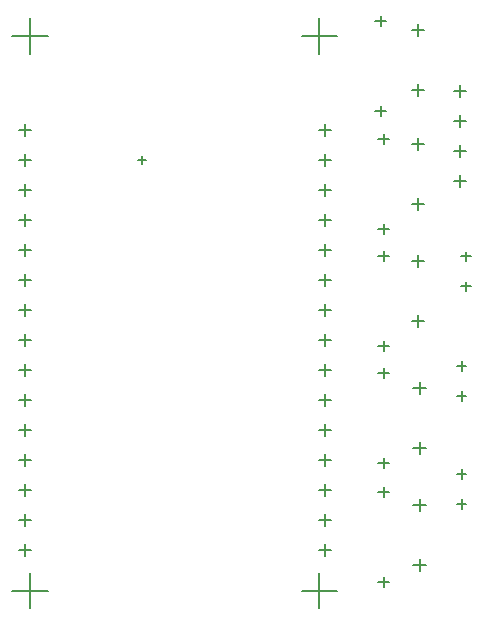
<source format=gbr>
G04*
G04 #@! TF.GenerationSoftware,Altium Limited,Altium Designer,22.4.2 (48)*
G04*
G04 Layer_Color=128*
%FSLAX25Y25*%
%MOIN*%
G70*
G04*
G04 #@! TF.SameCoordinates,AC32F47B-EC56-4475-8078-1485B9E55ABE*
G04*
G04*
G04 #@! TF.FilePolarity,Positive*
G04*
G01*
G75*
%ADD11C,0.00500*%
D11*
X395248Y308421D02*
X407059D01*
X401154Y302516D02*
Y314327D01*
X491744Y308421D02*
X503555D01*
X497650Y302516D02*
Y314327D01*
X491744Y123579D02*
X503555D01*
X497650Y117673D02*
Y129484D01*
X395248Y123579D02*
X407059D01*
X401154Y117673D02*
Y129484D01*
X497492Y137083D02*
X501508D01*
X499500Y135075D02*
Y139091D01*
X497492Y147083D02*
X501508D01*
X499500Y145075D02*
Y149091D01*
X497492Y157083D02*
X501508D01*
X499500Y155075D02*
Y159090D01*
X497492Y167083D02*
X501508D01*
X499500Y165075D02*
Y169090D01*
X497492Y177083D02*
X501508D01*
X499500Y175075D02*
Y179090D01*
X497492Y187083D02*
X501508D01*
X499500Y185075D02*
Y189091D01*
X497492Y197083D02*
X501508D01*
X499500Y195075D02*
Y199091D01*
X497492Y207083D02*
X501508D01*
X499500Y205075D02*
Y209090D01*
X497492Y217083D02*
X501508D01*
X499500Y215075D02*
Y219091D01*
X497492Y227083D02*
X501508D01*
X499500Y225075D02*
Y229090D01*
X497492Y237083D02*
X501508D01*
X499500Y235075D02*
Y239090D01*
X497492Y247083D02*
X501508D01*
X499500Y245075D02*
Y249091D01*
X497492Y257083D02*
X501508D01*
X499500Y255075D02*
Y259090D01*
X497492Y267083D02*
X501508D01*
X499500Y265075D02*
Y269091D01*
X497492Y277083D02*
X501508D01*
X499500Y275075D02*
Y279090D01*
X397492Y137083D02*
X401508D01*
X399500Y135075D02*
Y139091D01*
X397492Y147083D02*
X401508D01*
X399500Y145075D02*
Y149091D01*
X397492Y157083D02*
X401508D01*
X399500Y155075D02*
Y159090D01*
X397492Y167083D02*
X401508D01*
X399500Y165075D02*
Y169090D01*
X397492Y177083D02*
X401508D01*
X399500Y175075D02*
Y179090D01*
X397492Y187083D02*
X401508D01*
X399500Y185075D02*
Y189091D01*
X397492Y197083D02*
X401508D01*
X399500Y195075D02*
Y199091D01*
X397492Y207083D02*
X401508D01*
X399500Y205075D02*
Y209090D01*
X397492Y217083D02*
X401508D01*
X399500Y215075D02*
Y219091D01*
X397492Y227083D02*
X401508D01*
X399500Y225075D02*
Y229090D01*
X397492Y237083D02*
X401508D01*
X399500Y235075D02*
Y239090D01*
X397492Y247083D02*
X401508D01*
X399500Y245075D02*
Y249091D01*
X397492Y257083D02*
X401508D01*
X399500Y255075D02*
Y259090D01*
X397492Y267083D02*
X401508D01*
X399500Y265075D02*
Y269091D01*
X397492Y277083D02*
X401508D01*
X399500Y275075D02*
Y279090D01*
X543405Y162500D02*
X546594D01*
X545000Y160906D02*
Y164094D01*
X543405Y152500D02*
X546594D01*
X545000Y150906D02*
Y154095D01*
X543405Y198500D02*
X546594D01*
X545000Y196906D02*
Y200095D01*
X543405Y188500D02*
X546594D01*
X545000Y186906D02*
Y190094D01*
X544906Y235000D02*
X548095D01*
X546500Y233405D02*
Y236595D01*
X544906Y225000D02*
X548095D01*
X546500Y223406D02*
Y226594D01*
X528992Y152000D02*
X533008D01*
X531000Y149992D02*
Y154008D01*
X528992Y132000D02*
X533008D01*
X531000Y129992D02*
Y134008D01*
X528992Y191000D02*
X533008D01*
X531000Y188992D02*
Y193008D01*
X528992Y171000D02*
X533008D01*
X531000Y168992D02*
Y173008D01*
X528492Y233500D02*
X532508D01*
X530500Y231492D02*
Y235508D01*
X528492Y213500D02*
X532508D01*
X530500Y211492D02*
Y215508D01*
X528492Y272500D02*
X532508D01*
X530500Y270492D02*
Y274508D01*
X528492Y252500D02*
X532508D01*
X530500Y250492D02*
Y254508D01*
X528492Y310500D02*
X532508D01*
X530500Y308492D02*
Y312508D01*
X528492Y290500D02*
X532508D01*
X530500Y288492D02*
Y292508D01*
X517327Y156500D02*
X520673D01*
X519000Y154827D02*
Y158173D01*
X517327Y126500D02*
X520673D01*
X519000Y124827D02*
Y128173D01*
X517327Y196000D02*
X520673D01*
X519000Y194327D02*
Y197673D01*
X517327Y166000D02*
X520673D01*
X519000Y164327D02*
Y167673D01*
X517327Y235000D02*
X520673D01*
X519000Y233327D02*
Y236673D01*
X517327Y205000D02*
X520673D01*
X519000Y203327D02*
Y206673D01*
X517327Y274000D02*
X520673D01*
X519000Y272327D02*
Y275673D01*
X517327Y244000D02*
X520673D01*
X519000Y242327D02*
Y245673D01*
X516327Y313500D02*
X519673D01*
X518000Y311827D02*
Y315173D01*
X516327Y283500D02*
X519673D01*
X518000Y281827D02*
Y285173D01*
X542492Y260000D02*
X546508D01*
X544500Y257992D02*
Y262008D01*
X542492Y270000D02*
X546508D01*
X544500Y267992D02*
Y272008D01*
X542492Y280000D02*
X546508D01*
X544500Y277992D02*
Y282008D01*
X542492Y290000D02*
X546508D01*
X544500Y287992D02*
Y292008D01*
X437183Y267083D02*
X439983D01*
X438583Y265683D02*
Y268483D01*
M02*

</source>
